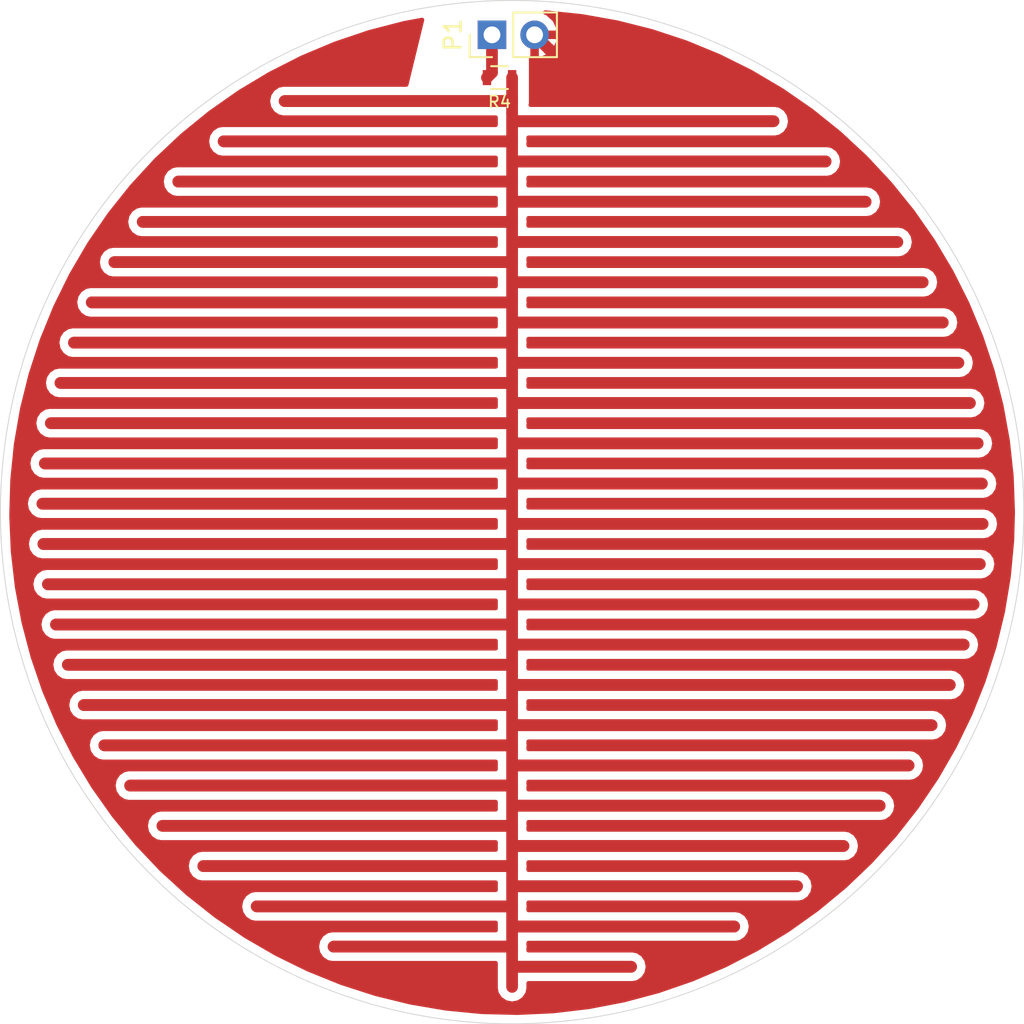
<source format=kicad_pcb>
(kicad_pcb (version 20171130) (host pcbnew "(6.0.0-rc1-dev-135-gb4df06c)")

  (general
    (thickness 1.6)
    (drawings 1)
    (tracks 96)
    (zones 0)
    (modules 2)
    (nets 4)
  )

  (page A4)
  (layers
    (0 F.Cu signal)
    (31 B.Cu signal)
    (32 B.Adhes user)
    (33 F.Adhes user)
    (34 B.Paste user)
    (35 F.Paste user)
    (36 B.SilkS user)
    (37 F.SilkS user)
    (38 B.Mask user)
    (39 F.Mask user)
    (40 Dwgs.User user)
    (41 Cmts.User user)
    (42 Eco1.User user)
    (43 Eco2.User user)
    (44 Edge.Cuts user)
    (45 Margin user)
    (46 B.CrtYd user)
    (47 F.CrtYd user)
    (48 B.Fab user)
    (49 F.Fab user)
  )

  (setup
    (last_trace_width 0.25)
    (user_trace_width 0.7)
    (trace_clearance 0.2)
    (zone_clearance 0.5)
    (zone_45_only no)
    (trace_min 0.2)
    (via_size 0.8)
    (via_drill 0.4)
    (via_min_size 0.4)
    (via_min_drill 0.3)
    (uvia_size 0.3)
    (uvia_drill 0.1)
    (uvias_allowed no)
    (uvia_min_size 0.2)
    (uvia_min_drill 0.1)
    (edge_width 0.05)
    (segment_width 0.2)
    (pcb_text_width 0.3)
    (pcb_text_size 1.5 1.5)
    (mod_edge_width 0.12)
    (mod_text_size 1 1)
    (mod_text_width 0.15)
    (pad_size 1.7 1.7)
    (pad_drill 1)
    (pad_to_mask_clearance 0.2)
    (aux_axis_origin 0 0)
    (visible_elements FFFFFF7F)
    (pcbplotparams
      (layerselection 0x01000_7fffffff)
      (usegerberextensions false)
      (usegerberattributes false)
      (usegerberadvancedattributes false)
      (creategerberjobfile false)
      (excludeedgelayer true)
      (linewidth 0.100000)
      (plotframeref false)
      (viasonmask false)
      (mode 1)
      (useauxorigin false)
      (hpglpennumber 1)
      (hpglpenspeed 20)
      (hpglpendiameter 15.000000)
      (psnegative false)
      (psa4output false)
      (plotreference true)
      (plotvalue true)
      (plotinvisibletext false)
      (padsonsilk false)
      (subtractmaskfromsilk false)
      (outputformat 1)
      (mirror false)
      (drillshape 0)
      (scaleselection 1)
      (outputdirectory "05mmGerbers"))
  )

  (net 0 "")
  (net 1 /EXCITATION)
  (net 2 /SENSOR_TRACK)
  (net 3 GND)

  (net_class Default "This is the default net class."
    (clearance 0.2)
    (trace_width 0.25)
    (via_dia 0.8)
    (via_drill 0.4)
    (uvia_dia 0.3)
    (uvia_drill 0.1)
    (add_net /EXCITATION)
    (add_net /SENSOR_TRACK)
    (add_net GND)
  )

  (module Resistors_SMD:R_0603 (layer F.Cu) (tedit 58E0A804) (tstamp 5B5B2A0B)
    (at 133.3 60.4 180)
    (descr "Resistor SMD 0603, reflow soldering, Vishay (see dcrcw.pdf)")
    (tags "resistor 0603")
    (path /54D2209D)
    (attr smd)
    (fp_text reference R4 (at 0 -1.45 180) (layer F.SilkS)
      (effects (font (size 0.7 0.7) (thickness 0.11)))
    )
    (fp_text value 330 (at 0 1.5 180) (layer F.Fab) hide
      (effects (font (size 0.7 0.7) (thickness 0.11)))
    )
    (fp_line (start 1.25 0.7) (end -1.25 0.7) (layer F.CrtYd) (width 0.05))
    (fp_line (start 1.25 0.7) (end 1.25 -0.7) (layer F.CrtYd) (width 0.05))
    (fp_line (start -1.25 -0.7) (end -1.25 0.7) (layer F.CrtYd) (width 0.05))
    (fp_line (start -1.25 -0.7) (end 1.25 -0.7) (layer F.CrtYd) (width 0.05))
    (fp_line (start -0.5 -0.68) (end 0.5 -0.68) (layer F.SilkS) (width 0.12))
    (fp_line (start 0.5 0.68) (end -0.5 0.68) (layer F.SilkS) (width 0.12))
    (fp_line (start -0.8 -0.4) (end 0.8 -0.4) (layer F.Fab) (width 0.1))
    (fp_line (start 0.8 -0.4) (end 0.8 0.4) (layer F.Fab) (width 0.1))
    (fp_line (start 0.8 0.4) (end -0.8 0.4) (layer F.Fab) (width 0.1))
    (fp_line (start -0.8 0.4) (end -0.8 -0.4) (layer F.Fab) (width 0.1))
    (fp_text user %R (at 0 0 180) (layer F.Fab) hide
      (effects (font (size 0.4 0.4) (thickness 0.075)))
    )
    (pad 2 smd rect (at 0.75 0 180) (size 0.5 0.9) (layers F.Cu F.Paste F.Mask)
      (net 1 /EXCITATION))
    (pad 1 smd rect (at -0.75 0 180) (size 0.5 0.9) (layers F.Cu F.Paste F.Mask)
      (net 2 /SENSOR_TRACK))
    (model "${KIPRJMOD}/3d/User Library-RES_SMD-1.STEP"
      (at (xyz 0 0 0))
      (scale (xyz 1 1 1))
      (rotate (xyz 0 0 0))
    )
  )

  (module Pin_Headers:Pin_Header_Straight_1x02_Pitch2.54mm (layer F.Cu) (tedit 5B62E43B) (tstamp 5B61B7D9)
    (at 132.85 57.85 90)
    (descr "Through hole straight pin header, 1x02, 2.54mm pitch, single row")
    (tags "Through hole pin header THT 1x02 2.54mm single row")
    (fp_text reference P1 (at 0 -2.33 90) (layer F.SilkS)
      (effects (font (size 1 1) (thickness 0.15)))
    )
    (fp_text value CONN_01X02 (at 0 4.87 90) (layer F.Fab) hide
      (effects (font (size 1 1) (thickness 0.15)))
    )
    (fp_line (start 1.8 -1.8) (end -1.8 -1.8) (layer F.CrtYd) (width 0.05))
    (fp_line (start 1.8 4.35) (end 1.8 -1.8) (layer F.CrtYd) (width 0.05))
    (fp_line (start -1.8 4.35) (end 1.8 4.35) (layer F.CrtYd) (width 0.05))
    (fp_line (start -1.8 -1.8) (end -1.8 4.35) (layer F.CrtYd) (width 0.05))
    (fp_line (start -1.33 -1.33) (end 0 -1.33) (layer F.SilkS) (width 0.12))
    (fp_line (start -1.33 0) (end -1.33 -1.33) (layer F.SilkS) (width 0.12))
    (fp_line (start -1.33 1.27) (end 1.33 1.27) (layer F.SilkS) (width 0.12))
    (fp_line (start 1.33 1.27) (end 1.33 3.87) (layer F.SilkS) (width 0.12))
    (fp_line (start -1.33 1.27) (end -1.33 3.87) (layer F.SilkS) (width 0.12))
    (fp_line (start -1.33 3.87) (end 1.33 3.87) (layer F.SilkS) (width 0.12))
    (fp_line (start -1.27 -0.635) (end -0.635 -1.27) (layer F.Fab) (width 0.1))
    (fp_line (start -1.27 3.81) (end -1.27 -0.635) (layer F.Fab) (width 0.1))
    (fp_line (start 1.27 3.81) (end -1.27 3.81) (layer F.Fab) (width 0.1))
    (fp_line (start 1.27 -1.27) (end 1.27 3.81) (layer F.Fab) (width 0.1))
    (fp_line (start -0.635 -1.27) (end 1.27 -1.27) (layer F.Fab) (width 0.1))
    (pad 2 thru_hole oval (at 0 2.54 90) (size 1.7 1.7) (drill 1) (layers *.Cu *.Mask)
      (net 3 GND))
    (pad 1 thru_hole rect (at 0 0 90) (size 1.7 1.7) (drill 1) (layers *.Cu *.Mask)
      (net 1 /EXCITATION))
    (model ${KISYS3DMOD}/Pin_Headers.3dshapes/Pin_Header_Straight_1x02_Pitch2.54mm.wrl
      (at (xyz 0 0 0))
      (scale (xyz 1 1 1))
      (rotate (xyz 0 0 0))
    )
  )

  (gr_circle (center 134.05 86.3) (end 134.05 55.8) (layer Edge.Cuts) (width 0.05))

  (segment (start 132.55 57.55) (end 132.85 57.25) (width 0.25) (layer F.Cu) (net 1))
  (segment (start 132.85 60.1) (end 132.55 60.4) (width 0.7) (layer F.Cu) (net 1))
  (segment (start 132.85 57.85) (end 132.85 60.1) (width 0.7) (layer F.Cu) (net 1))
  (segment (start 134.05 62.5) (end 134.05 114.6) (width 0.7) (layer F.Cu) (net 2))
  (segment (start 134.1 63) (end 149.627717 63) (width 0.7) (layer F.Cu) (net 2))
  (segment (start 134.1 65.4) (end 152.733035 65.4) (width 0.7) (layer F.Cu) (net 2))
  (segment (start 134.1 67.8) (end 155.11785 67.8) (width 0.7) (layer F.Cu) (net 2))
  (segment (start 134.1 70.2) (end 157.008295 70.2) (width 0.7) (layer F.Cu) (net 2))
  (segment (start 134.1 72.6) (end 158.519459 72.6) (width 0.7) (layer F.Cu) (net 2))
  (segment (start 134.1 75) (end 159.718548 75) (width 0.7) (layer F.Cu) (net 2))
  (segment (start 134.1 77.4) (end 160.647881 77.4) (width 0.7) (layer F.Cu) (net 2))
  (segment (start 134.1 79.8) (end 161.335088 79.8) (width 0.7) (layer F.Cu) (net 2))
  (segment (start 134.1 82.2) (end 161.798195 82.2) (width 0.7) (layer F.Cu) (net 2))
  (segment (start 134.1 84.6) (end 162.048345 84.6) (width 0.7) (layer F.Cu) (net 2))
  (segment (start 134.1 87) (end 162.091249 87) (width 0.7) (layer F.Cu) (net 2))
  (segment (start 134.1 89.4) (end 161.927864 89.4) (width 0.7) (layer F.Cu) (net 2))
  (segment (start 134.1 91.8) (end 161.554508 91.8) (width 0.7) (layer F.Cu) (net 2))
  (segment (start 134.1 94.2) (end 160.962427 94.2) (width 0.7) (layer F.Cu) (net 2))
  (segment (start 134.1 96.6) (end 160.136705 96.6) (width 0.7) (layer F.Cu) (net 2))
  (segment (start 134.1 99) (end 159.054158 99) (width 0.7) (layer F.Cu) (net 2))
  (segment (start 134.1 101.4) (end 157.67944 101.4) (width 0.7) (layer F.Cu) (net 2))
  (segment (start 134.1 103.8) (end 155.957493 103.8) (width 0.7) (layer F.Cu) (net 2))
  (segment (start 134.1 106.2) (end 153.797462 106.2) (width 0.7) (layer F.Cu) (net 2))
  (segment (start 134.1 108.6) (end 151.032513 108.6) (width 0.7) (layer F.Cu) (net 2))
  (segment (start 134.1 111) (end 147.287494 111) (width 0.7) (layer F.Cu) (net 2))
  (segment (start 134.1 113.4) (end 141.142017 113.4) (width 0.7) (layer F.Cu) (net 2))
  (segment (start 134.05 61.8) (end 120.494558 61.8) (width 0.7) (layer F.Cu) (net 2))
  (segment (start 134.05 64.2) (end 116.857269 64.2) (width 0.7) (layer F.Cu) (net 2))
  (segment (start 134.05 66.6) (end 114.152513 66.6) (width 0.7) (layer F.Cu) (net 2))
  (segment (start 134.05 69) (end 112.03387 69) (width 0.7) (layer F.Cu) (net 2))
  (segment (start 134.05 71.4) (end 110.343672 71.4) (width 0.7) (layer F.Cu) (net 2))
  (segment (start 134.05 73.8) (end 108.99506 73.8) (width 0.7) (layer F.Cu) (net 2))
  (segment (start 134.05 76.2) (end 107.935062 76.2) (width 0.7) (layer F.Cu) (net 2))
  (segment (start 134.05 78.6) (end 107.129562 78.6) (width 0.7) (layer F.Cu) (net 2))
  (segment (start 134.05 81) (end 106.556183 81) (width 0.7) (layer F.Cu) (net 2))
  (segment (start 134.05 83.4) (end 106.200583 83.4) (width 0.7) (layer F.Cu) (net 2))
  (segment (start 134.05 85.8) (end 106.054465 85.8) (width 0.7) (layer F.Cu) (net 2))
  (segment (start 134.05 88.2) (end 106.114539 88.2) (width 0.7) (layer F.Cu) (net 2))
  (segment (start 134.05 90.6) (end 106.382149 90.6) (width 0.7) (layer F.Cu) (net 2))
  (segment (start 134.05 93) (end 106.863422 93) (width 0.7) (layer F.Cu) (net 2))
  (segment (start 134.05 95.4) (end 107.570008 95.4) (width 0.7) (layer F.Cu) (net 2))
  (segment (start 134.05 97.8) (end 108.520605 97.8) (width 0.7) (layer F.Cu) (net 2))
  (segment (start 134.05 100.2) (end 109.743828 100.2) (width 0.7) (layer F.Cu) (net 2))
  (segment (start 134.05 102.6) (end 111.283577 102.6) (width 0.7) (layer F.Cu) (net 2))
  (segment (start 134.05 105) (end 113.209894 105) (width 0.7) (layer F.Cu) (net 2))
  (segment (start 134.05 107.4) (end 115.643751 107.4) (width 0.7) (layer F.Cu) (net 2))
  (segment (start 134.05 109.8) (end 118.826663 109.8) (width 0.7) (layer F.Cu) (net 2))
  (segment (start 134.05 112.2) (end 123.410921 112.2) (width 0.7) (layer F.Cu) (net 2))
  (segment (start 134.1 63) (end 149.627717 63) (width 0.7) (layer F.Cu) (net 2))
  (segment (start 134.1 65.4) (end 152.733035 65.4) (width 0.7) (layer F.Cu) (net 2))
  (segment (start 134.1 67.8) (end 155.11785 67.8) (width 0.7) (layer F.Cu) (net 2))
  (segment (start 134.1 70.2) (end 157.008295 70.2) (width 0.7) (layer F.Cu) (net 2))
  (segment (start 134.1 72.6) (end 158.519459 72.6) (width 0.7) (layer F.Cu) (net 2))
  (segment (start 134.1 75) (end 159.718548 75) (width 0.7) (layer F.Cu) (net 2))
  (segment (start 134.1 77.4) (end 160.647881 77.4) (width 0.7) (layer F.Cu) (net 2))
  (segment (start 134.1 79.8) (end 161.335088 79.8) (width 0.7) (layer F.Cu) (net 2))
  (segment (start 134.1 82.2) (end 161.798195 82.2) (width 0.7) (layer F.Cu) (net 2))
  (segment (start 134.1 84.6) (end 162.048345 84.6) (width 0.7) (layer F.Cu) (net 2))
  (segment (start 134.1 87) (end 162.091249 87) (width 0.7) (layer F.Cu) (net 2))
  (segment (start 134.1 89.4) (end 161.927864 89.4) (width 0.7) (layer F.Cu) (net 2))
  (segment (start 134.1 91.8) (end 161.554508 91.8) (width 0.7) (layer F.Cu) (net 2))
  (segment (start 134.1 94.2) (end 160.962427 94.2) (width 0.7) (layer F.Cu) (net 2))
  (segment (start 134.1 96.6) (end 160.136705 96.6) (width 0.7) (layer F.Cu) (net 2))
  (segment (start 134.1 99) (end 159.054158 99) (width 0.7) (layer F.Cu) (net 2))
  (segment (start 134.1 101.4) (end 157.67944 101.4) (width 0.7) (layer F.Cu) (net 2))
  (segment (start 134.1 103.8) (end 155.957493 103.8) (width 0.7) (layer F.Cu) (net 2))
  (segment (start 134.1 106.2) (end 153.797462 106.2) (width 0.7) (layer F.Cu) (net 2))
  (segment (start 134.1 108.6) (end 151.032513 108.6) (width 0.7) (layer F.Cu) (net 2))
  (segment (start 134.1 111) (end 147.287494 111) (width 0.7) (layer F.Cu) (net 2))
  (segment (start 134.1 113.4) (end 141.142017 113.4) (width 0.7) (layer F.Cu) (net 2))
  (segment (start 134.05 61.8) (end 120.494558 61.8) (width 0.7) (layer F.Cu) (net 2))
  (segment (start 134.05 64.2) (end 116.857269 64.2) (width 0.7) (layer F.Cu) (net 2))
  (segment (start 134.05 66.6) (end 114.152513 66.6) (width 0.7) (layer F.Cu) (net 2))
  (segment (start 134.05 69) (end 112.03387 69) (width 0.7) (layer F.Cu) (net 2))
  (segment (start 134.05 71.4) (end 110.343672 71.4) (width 0.7) (layer F.Cu) (net 2))
  (segment (start 134.05 73.8) (end 108.99506 73.8) (width 0.7) (layer F.Cu) (net 2))
  (segment (start 134.05 76.2) (end 107.935062 76.2) (width 0.7) (layer F.Cu) (net 2))
  (segment (start 134.05 78.6) (end 107.129562 78.6) (width 0.7) (layer F.Cu) (net 2))
  (segment (start 134.05 81) (end 106.556183 81) (width 0.7) (layer F.Cu) (net 2))
  (segment (start 134.05 83.4) (end 106.200583 83.4) (width 0.7) (layer F.Cu) (net 2))
  (segment (start 134.05 85.8) (end 106.054465 85.8) (width 0.7) (layer F.Cu) (net 2))
  (segment (start 134.05 88.2) (end 106.114539 88.2) (width 0.7) (layer F.Cu) (net 2))
  (segment (start 134.05 90.6) (end 106.382149 90.6) (width 0.7) (layer F.Cu) (net 2))
  (segment (start 134.05 93) (end 106.863422 93) (width 0.7) (layer F.Cu) (net 2))
  (segment (start 134.05 95.4) (end 107.570008 95.4) (width 0.7) (layer F.Cu) (net 2))
  (segment (start 134.05 97.8) (end 108.520605 97.8) (width 0.7) (layer F.Cu) (net 2))
  (segment (start 134.05 100.2) (end 109.743828 100.2) (width 0.7) (layer F.Cu) (net 2))
  (segment (start 134.05 102.6) (end 111.283577 102.6) (width 0.7) (layer F.Cu) (net 2))
  (segment (start 134.05 105) (end 113.209894 105) (width 0.7) (layer F.Cu) (net 2))
  (segment (start 134.05 107.4) (end 115.643751 107.4) (width 0.7) (layer F.Cu) (net 2))
  (segment (start 134.05 109.8) (end 118.826663 109.8) (width 0.7) (layer F.Cu) (net 2))
  (segment (start 134.05 112.2) (end 123.410921 112.2) (width 0.7) (layer F.Cu) (net 2))
  (segment (start 134.05 60.4) (end 134.05 62.5) (width 0.7) (layer F.Cu) (net 2))
  (segment (start 136.239999 58.699999) (end 136.249999 58.699999) (width 0.7) (layer F.Cu) (net 3))
  (segment (start 135.39 57.85) (end 136.239999 58.699999) (width 0.7) (layer F.Cu) (net 3))
  (segment (start 136.249999 58.699999) (end 136.7 59.15) (width 0.7) (layer F.Cu) (net 3))

  (zone (net 3) (net_name GND) (layer F.Cu) (tstamp 5B86A8D6) (hatch edge 0.508)
    (connect_pads (clearance 0.5))
    (min_thickness 0.254)
    (fill yes (arc_segments 16) (thermal_gap 0.508) (thermal_bridge_width 0.508))
    (polygon
      (pts
        (xy 136.7583 116.6839) (xy 141.994 115.7607) (xy 146.9899 113.9424) (xy 151.5941 111.2841) (xy 155.6668 107.8668)
        (xy 159.0841 103.7941) (xy 161.7424 99.1899) (xy 163.5607 94.194) (xy 164.4839 88.9583) (xy 164.4839 83.6417)
        (xy 163.5607 78.406) (xy 161.7424 73.4101) (xy 159.0841 68.8059) (xy 155.6668 64.7332) (xy 151.5941 61.3159)
        (xy 146.9899 58.6576) (xy 141.994 56.8393) (xy 136.7583 55.9161) (xy 131.4417 55.9161) (xy 126.206 56.8393)
        (xy 121.2101 58.6576) (xy 116.6059 61.3159) (xy 112.5332 64.7332) (xy 109.1159 68.8059) (xy 106.4576 73.4101)
        (xy 104.6393 78.406) (xy 103.7161 83.6417) (xy 103.7161 88.9583) (xy 104.6393 94.194) (xy 106.4576 99.1899)
        (xy 109.1159 103.7941) (xy 112.5332 107.8668) (xy 116.6059 111.2841) (xy 121.2101 113.9424) (xy 126.206 115.7607)
        (xy 131.4417 116.6839)
      )
    )
    (filled_polygon
      (pts
        (xy 136.08012 56.52112) (xy 138.204039 56.742479) (xy 140.306695 57.115126) (xy 142.377327 57.637154) (xy 144.405335 58.305891)
        (xy 146.380341 59.117914) (xy 148.292235 60.069067) (xy 150.13123 61.154481) (xy 151.887915 62.368601) (xy 153.553298 63.705212)
        (xy 155.118855 65.157473) (xy 156.576572 66.71795) (xy 157.918988 68.378657) (xy 159.139232 70.131093) (xy 160.231059 71.966289)
        (xy 161.188879 73.874851) (xy 162.007792 75.84701) (xy 162.683604 77.872672) (xy 163.212856 79.941469) (xy 163.592841 82.042812)
        (xy 163.821612 84.165944) (xy 163.898 86.3) (xy 163.848507 88.018171) (xy 163.649401 90.144291) (xy 163.298793 92.250734)
        (xy 162.798476 94.326719) (xy 162.151013 96.361619) (xy 161.359716 98.34502) (xy 160.428637 100.266769) (xy 159.36254 102.11703)
        (xy 158.166882 103.886333) (xy 156.847784 105.565621) (xy 155.411997 107.146299) (xy 153.86687 108.620277) (xy 152.220311 109.980011)
        (xy 150.480749 111.218539) (xy 148.657087 112.329524) (xy 146.75866 113.307278) (xy 144.795185 114.146797) (xy 142.776711 114.843784)
        (xy 140.713569 115.394672) (xy 138.616321 115.796641) (xy 136.495701 116.047633) (xy 134.362562 116.146363) (xy 132.227823 116.092327)
        (xy 130.102411 115.885801) (xy 127.997205 115.527842) (xy 125.922979 115.020283) (xy 123.890351 114.36572) (xy 121.909725 113.567505)
        (xy 119.991237 112.629723) (xy 118.144709 111.557174) (xy 116.379591 110.355347) (xy 114.704917 109.030395) (xy 113.12926 107.589099)
        (xy 111.660685 106.038837) (xy 110.306708 104.387542) (xy 109.074259 102.643667) (xy 107.969647 100.816138) (xy 106.998525 98.91431)
        (xy 106.165865 96.947916) (xy 105.475928 94.927021) (xy 104.932245 92.86197) (xy 104.5376 90.763331) (xy 104.294011 88.641847)
        (xy 104.202727 86.508377) (xy 104.264215 84.37384) (xy 104.478158 82.249162) (xy 104.843464 80.145217) (xy 105.358261 78.072776)
        (xy 106.019915 76.042445) (xy 106.825039 74.064617) (xy 107.769512 72.149415) (xy 108.8485 70.306642) (xy 110.05648 68.545729)
        (xy 111.38727 66.875691) (xy 112.834057 65.305075) (xy 114.389437 63.84192) (xy 116.045448 62.493715) (xy 117.793614 61.267361)
        (xy 119.624987 60.169135) (xy 121.530194 59.204658) (xy 123.499483 58.378867) (xy 125.522774 57.695988) (xy 127.58971 57.159517)
        (xy 128.687051 56.957127) (xy 127.744155 60.823) (xy 120.398335 60.823) (xy 120.113352 60.879687) (xy 119.790181 61.095623)
        (xy 119.574245 61.418794) (xy 119.498418 61.8) (xy 119.574245 62.181206) (xy 119.790181 62.504377) (xy 120.113352 62.720313)
        (xy 120.398335 62.777) (xy 133.073 62.777) (xy 133.073 63.223) (xy 116.761046 63.223) (xy 116.476063 63.279687)
        (xy 116.152892 63.495623) (xy 115.936956 63.818794) (xy 115.861129 64.2) (xy 115.936956 64.581206) (xy 116.152892 64.904377)
        (xy 116.476063 65.120313) (xy 116.761046 65.177) (xy 133.073 65.177) (xy 133.073 65.623) (xy 114.05629 65.623)
        (xy 113.771307 65.679687) (xy 113.448136 65.895623) (xy 113.2322 66.218794) (xy 113.156373 66.6) (xy 113.2322 66.981206)
        (xy 113.448136 67.304377) (xy 113.771307 67.520313) (xy 114.05629 67.577) (xy 133.073 67.577) (xy 133.073 68.023)
        (xy 111.937647 68.023) (xy 111.652664 68.079687) (xy 111.329493 68.295623) (xy 111.113557 68.618794) (xy 111.03773 69)
        (xy 111.113557 69.381206) (xy 111.329493 69.704377) (xy 111.652664 69.920313) (xy 111.937647 69.977) (xy 133.073 69.977)
        (xy 133.073 70.423) (xy 110.247449 70.423) (xy 109.962466 70.479687) (xy 109.639295 70.695623) (xy 109.423359 71.018794)
        (xy 109.347532 71.4) (xy 109.423359 71.781206) (xy 109.639295 72.104377) (xy 109.962466 72.320313) (xy 110.247449 72.377)
        (xy 133.073 72.377) (xy 133.073 72.823) (xy 108.898837 72.823) (xy 108.613854 72.879687) (xy 108.290683 73.095623)
        (xy 108.074747 73.418794) (xy 107.99892 73.8) (xy 108.074747 74.181206) (xy 108.290683 74.504377) (xy 108.613854 74.720313)
        (xy 108.898837 74.777) (xy 133.073 74.777) (xy 133.073 75.223) (xy 107.838839 75.223) (xy 107.553856 75.279687)
        (xy 107.230685 75.495623) (xy 107.014749 75.818794) (xy 106.938922 76.2) (xy 107.014749 76.581206) (xy 107.230685 76.904377)
        (xy 107.553856 77.120313) (xy 107.838839 77.177) (xy 133.073 77.177) (xy 133.073 77.623) (xy 107.033339 77.623)
        (xy 106.748356 77.679687) (xy 106.425185 77.895623) (xy 106.209249 78.218794) (xy 106.133422 78.6) (xy 106.209249 78.981206)
        (xy 106.425185 79.304377) (xy 106.748356 79.520313) (xy 107.033339 79.577) (xy 133.073 79.577) (xy 133.073 80.023)
        (xy 106.45996 80.023) (xy 106.174977 80.079687) (xy 105.851806 80.295623) (xy 105.63587 80.618794) (xy 105.560043 81)
        (xy 105.63587 81.381206) (xy 105.851806 81.704377) (xy 106.174977 81.920313) (xy 106.45996 81.977) (xy 133.073 81.977)
        (xy 133.073 82.423) (xy 106.10436 82.423) (xy 105.819377 82.479687) (xy 105.496206 82.695623) (xy 105.28027 83.018794)
        (xy 105.204443 83.4) (xy 105.28027 83.781206) (xy 105.496206 84.104377) (xy 105.819377 84.320313) (xy 106.10436 84.377)
        (xy 133.073 84.377) (xy 133.073 84.823) (xy 105.958242 84.823) (xy 105.673259 84.879687) (xy 105.350088 85.095623)
        (xy 105.134152 85.418794) (xy 105.058325 85.8) (xy 105.134152 86.181206) (xy 105.350088 86.504377) (xy 105.673259 86.720313)
        (xy 105.958242 86.777) (xy 133.073 86.777) (xy 133.073 87.223) (xy 106.018316 87.223) (xy 105.733333 87.279687)
        (xy 105.410162 87.495623) (xy 105.194226 87.818794) (xy 105.118399 88.2) (xy 105.194226 88.581206) (xy 105.410162 88.904377)
        (xy 105.733333 89.120313) (xy 106.018316 89.177) (xy 133.073001 89.177) (xy 133.073001 89.623) (xy 106.285926 89.623)
        (xy 106.000943 89.679687) (xy 105.677772 89.895623) (xy 105.461836 90.218794) (xy 105.386009 90.6) (xy 105.461836 90.981206)
        (xy 105.677772 91.304377) (xy 106.000943 91.520313) (xy 106.285926 91.577) (xy 133.073001 91.577) (xy 133.073001 92.023)
        (xy 106.767199 92.023) (xy 106.482216 92.079687) (xy 106.159045 92.295623) (xy 105.943109 92.618794) (xy 105.867282 93)
        (xy 105.943109 93.381206) (xy 106.159045 93.704377) (xy 106.482216 93.920313) (xy 106.767199 93.977) (xy 133.073001 93.977)
        (xy 133.073001 94.423) (xy 107.473785 94.423) (xy 107.188802 94.479687) (xy 106.865631 94.695623) (xy 106.649695 95.018794)
        (xy 106.573868 95.4) (xy 106.649695 95.781206) (xy 106.865631 96.104377) (xy 107.188802 96.320313) (xy 107.473785 96.377)
        (xy 133.073001 96.377) (xy 133.073001 96.823) (xy 108.424382 96.823) (xy 108.139399 96.879687) (xy 107.816228 97.095623)
        (xy 107.600292 97.418794) (xy 107.524465 97.8) (xy 107.600292 98.181206) (xy 107.816228 98.504377) (xy 108.139399 98.720313)
        (xy 108.424382 98.777) (xy 133.073001 98.777) (xy 133.073001 99.223) (xy 109.647605 99.223) (xy 109.362622 99.279687)
        (xy 109.039451 99.495623) (xy 108.823515 99.818794) (xy 108.747688 100.2) (xy 108.823515 100.581206) (xy 109.039451 100.904377)
        (xy 109.362622 101.120313) (xy 109.647605 101.177) (xy 133.073001 101.177) (xy 133.073001 101.623) (xy 111.187354 101.623)
        (xy 110.902371 101.679687) (xy 110.5792 101.895623) (xy 110.363264 102.218794) (xy 110.287437 102.6) (xy 110.363264 102.981206)
        (xy 110.5792 103.304377) (xy 110.902371 103.520313) (xy 111.187354 103.577) (xy 133.073001 103.577) (xy 133.073001 104.023)
        (xy 113.113671 104.023) (xy 112.828688 104.079687) (xy 112.505517 104.295623) (xy 112.289581 104.618794) (xy 112.213754 105)
        (xy 112.289581 105.381206) (xy 112.505517 105.704377) (xy 112.828688 105.920313) (xy 113.113671 105.977) (xy 133.073001 105.977)
        (xy 133.073001 106.423) (xy 115.547528 106.423) (xy 115.262545 106.479687) (xy 114.939374 106.695623) (xy 114.723438 107.018794)
        (xy 114.647611 107.4) (xy 114.723438 107.781206) (xy 114.939374 108.104377) (xy 115.262545 108.320313) (xy 115.547528 108.377)
        (xy 133.073001 108.377) (xy 133.073001 108.823) (xy 118.73044 108.823) (xy 118.445457 108.879687) (xy 118.122286 109.095623)
        (xy 117.90635 109.418794) (xy 117.830523 109.8) (xy 117.90635 110.181206) (xy 118.122286 110.504377) (xy 118.445457 110.720313)
        (xy 118.73044 110.777) (xy 133.073001 110.777) (xy 133.073001 111.223) (xy 123.314698 111.223) (xy 123.029715 111.279687)
        (xy 122.706544 111.495623) (xy 122.490608 111.818794) (xy 122.414781 112.2) (xy 122.490608 112.581206) (xy 122.706544 112.904377)
        (xy 123.029715 113.120313) (xy 123.314698 113.177) (xy 133.073001 113.177) (xy 133.073001 114.696223) (xy 133.129688 114.981206)
        (xy 133.345624 115.304377) (xy 133.668795 115.520313) (xy 134.05 115.59614) (xy 134.431206 115.520313) (xy 134.754377 115.304377)
        (xy 134.970313 114.981206) (xy 135.027 114.696223) (xy 135.027 114.377) (xy 141.23824 114.377) (xy 141.523223 114.320313)
        (xy 141.846394 114.104377) (xy 142.06233 113.781206) (xy 142.138157 113.4) (xy 142.06233 113.018794) (xy 141.846394 112.695623)
        (xy 141.523223 112.479687) (xy 141.23824 112.423) (xy 135.027 112.423) (xy 135.027 112.296223) (xy 135.04614 112.2)
        (xy 135.027 112.103777) (xy 135.027 111.977) (xy 147.383717 111.977) (xy 147.6687 111.920313) (xy 147.991871 111.704377)
        (xy 148.207807 111.381206) (xy 148.283634 111) (xy 148.207807 110.618794) (xy 147.991871 110.295623) (xy 147.6687 110.079687)
        (xy 147.383717 110.023) (xy 135.027 110.023) (xy 135.027 109.896223) (xy 135.04614 109.8) (xy 135.027 109.703777)
        (xy 135.027 109.577) (xy 151.128736 109.577) (xy 151.413719 109.520313) (xy 151.73689 109.304377) (xy 151.952826 108.981206)
        (xy 152.028653 108.6) (xy 151.952826 108.218794) (xy 151.73689 107.895623) (xy 151.413719 107.679687) (xy 151.128736 107.623)
        (xy 135.027 107.623) (xy 135.027 107.496223) (xy 135.04614 107.4) (xy 135.027 107.303777) (xy 135.027 107.177)
        (xy 153.893685 107.177) (xy 154.178668 107.120313) (xy 154.501839 106.904377) (xy 154.717775 106.581206) (xy 154.793602 106.2)
        (xy 154.717775 105.818794) (xy 154.501839 105.495623) (xy 154.178668 105.279687) (xy 153.893685 105.223) (xy 135.027 105.223)
        (xy 135.027 105.096223) (xy 135.04614 105) (xy 135.027 104.903777) (xy 135.027 104.777) (xy 156.053716 104.777)
        (xy 156.338699 104.720313) (xy 156.66187 104.504377) (xy 156.877806 104.181206) (xy 156.953633 103.8) (xy 156.877806 103.418794)
        (xy 156.66187 103.095623) (xy 156.338699 102.879687) (xy 156.053716 102.823) (xy 135.027 102.823) (xy 135.027 102.696223)
        (xy 135.04614 102.6) (xy 135.027 102.503777) (xy 135.027 102.377) (xy 157.775663 102.377) (xy 158.060646 102.320313)
        (xy 158.383817 102.104377) (xy 158.599753 101.781206) (xy 158.67558 101.4) (xy 158.599753 101.018794) (xy 158.383817 100.695623)
        (xy 158.060646 100.479687) (xy 157.775663 100.423) (xy 135.027 100.423) (xy 135.027 100.296223) (xy 135.04614 100.2)
        (xy 135.027 100.103777) (xy 135.027 99.977) (xy 159.150381 99.977) (xy 159.435364 99.920313) (xy 159.758535 99.704377)
        (xy 159.974471 99.381206) (xy 160.050298 99) (xy 159.974471 98.618794) (xy 159.758535 98.295623) (xy 159.435364 98.079687)
        (xy 159.150381 98.023) (xy 135.027 98.023) (xy 135.027 97.896223) (xy 135.04614 97.8) (xy 135.027 97.703777)
        (xy 135.027 97.577) (xy 160.232928 97.577) (xy 160.517911 97.520313) (xy 160.841082 97.304377) (xy 161.057018 96.981206)
        (xy 161.132845 96.6) (xy 161.057018 96.218794) (xy 160.841082 95.895623) (xy 160.517911 95.679687) (xy 160.232928 95.623)
        (xy 135.027 95.623) (xy 135.027 95.496223) (xy 135.04614 95.4) (xy 135.027 95.303777) (xy 135.027 95.177)
        (xy 161.05865 95.177) (xy 161.343633 95.120313) (xy 161.666804 94.904377) (xy 161.88274 94.581206) (xy 161.958567 94.2)
        (xy 161.88274 93.818794) (xy 161.666804 93.495623) (xy 161.343633 93.279687) (xy 161.05865 93.223) (xy 135.027 93.223)
        (xy 135.027 93.096223) (xy 135.04614 93) (xy 135.027 92.903777) (xy 135.027 92.777) (xy 161.650731 92.777)
        (xy 161.935714 92.720313) (xy 162.258885 92.504377) (xy 162.474821 92.181206) (xy 162.550648 91.8) (xy 162.474821 91.418794)
        (xy 162.258885 91.095623) (xy 161.935714 90.879687) (xy 161.650731 90.823) (xy 135.027 90.823) (xy 135.027 90.696223)
        (xy 135.04614 90.6) (xy 135.027 90.503777) (xy 135.027 90.377) (xy 162.024087 90.377) (xy 162.30907 90.320313)
        (xy 162.632241 90.104377) (xy 162.848177 89.781206) (xy 162.924004 89.4) (xy 162.848177 89.018794) (xy 162.632241 88.695623)
        (xy 162.30907 88.479687) (xy 162.024087 88.423) (xy 135.027 88.423) (xy 135.027 88.296223) (xy 135.04614 88.2)
        (xy 135.027 88.103777) (xy 135.027 87.977) (xy 162.187472 87.977) (xy 162.472455 87.920313) (xy 162.795626 87.704377)
        (xy 163.011562 87.381206) (xy 163.087389 87) (xy 163.011562 86.618794) (xy 162.795626 86.295623) (xy 162.472455 86.079687)
        (xy 162.187472 86.023) (xy 135.027 86.023) (xy 135.027 85.896223) (xy 135.04614 85.8) (xy 135.027 85.703777)
        (xy 135.027 85.577) (xy 162.144568 85.577) (xy 162.429551 85.520313) (xy 162.752722 85.304377) (xy 162.968658 84.981206)
        (xy 163.044485 84.6) (xy 162.968658 84.218794) (xy 162.752722 83.895623) (xy 162.429551 83.679687) (xy 162.144568 83.623)
        (xy 135.027 83.623) (xy 135.027 83.496223) (xy 135.04614 83.4) (xy 135.027 83.303777) (xy 135.027 83.177)
        (xy 161.894418 83.177) (xy 162.179401 83.120313) (xy 162.502572 82.904377) (xy 162.718508 82.581206) (xy 162.794335 82.2)
        (xy 162.718508 81.818794) (xy 162.502572 81.495623) (xy 162.179401 81.279687) (xy 161.894418 81.223) (xy 135.027 81.223)
        (xy 135.027 81.096223) (xy 135.04614 81) (xy 135.027 80.903777) (xy 135.027 80.777) (xy 161.431311 80.777)
        (xy 161.716294 80.720313) (xy 162.039465 80.504377) (xy 162.255401 80.181206) (xy 162.331228 79.8) (xy 162.255401 79.418794)
        (xy 162.039465 79.095623) (xy 161.716294 78.879687) (xy 161.431311 78.823) (xy 135.027 78.823) (xy 135.027 78.696223)
        (xy 135.04614 78.6) (xy 135.027 78.503777) (xy 135.027 78.377) (xy 160.744104 78.377) (xy 161.029087 78.320313)
        (xy 161.352258 78.104377) (xy 161.568194 77.781206) (xy 161.644021 77.4) (xy 161.568194 77.018794) (xy 161.352258 76.695623)
        (xy 161.029087 76.479687) (xy 160.744104 76.423) (xy 135.027 76.423) (xy 135.027 76.296223) (xy 135.04614 76.2)
        (xy 135.027 76.103777) (xy 135.027 75.977) (xy 159.814771 75.977) (xy 160.099754 75.920313) (xy 160.422925 75.704377)
        (xy 160.638861 75.381206) (xy 160.714688 75) (xy 160.638861 74.618794) (xy 160.422925 74.295623) (xy 160.099754 74.079687)
        (xy 159.814771 74.023) (xy 135.027 74.023) (xy 135.027 73.896223) (xy 135.04614 73.8) (xy 135.027 73.703777)
        (xy 135.027 73.577) (xy 158.615682 73.577) (xy 158.900665 73.520313) (xy 159.223836 73.304377) (xy 159.439772 72.981206)
        (xy 159.515599 72.6) (xy 159.439772 72.218794) (xy 159.223836 71.895623) (xy 158.900665 71.679687) (xy 158.615682 71.623)
        (xy 135.027 71.623) (xy 135.027 71.496223) (xy 135.04614 71.4) (xy 135.027 71.303777) (xy 135.027 71.177)
        (xy 157.104518 71.177) (xy 157.389501 71.120313) (xy 157.712672 70.904377) (xy 157.928608 70.581206) (xy 158.004435 70.2)
        (xy 157.928608 69.818794) (xy 157.712672 69.495623) (xy 157.389501 69.279687) (xy 157.104518 69.223) (xy 135.027 69.223)
        (xy 135.027 69.096223) (xy 135.04614 69) (xy 135.027 68.903777) (xy 135.027 68.777) (xy 155.214073 68.777)
        (xy 155.499056 68.720313) (xy 155.822227 68.504377) (xy 156.038163 68.181206) (xy 156.11399 67.8) (xy 156.038163 67.418794)
        (xy 155.822227 67.095623) (xy 155.499056 66.879687) (xy 155.214073 66.823) (xy 135.027 66.823) (xy 135.027 66.696223)
        (xy 135.04614 66.6) (xy 135.027 66.503777) (xy 135.027 66.377) (xy 152.829258 66.377) (xy 153.114241 66.320313)
        (xy 153.437412 66.104377) (xy 153.653348 65.781206) (xy 153.729175 65.4) (xy 153.653348 65.018794) (xy 153.437412 64.695623)
        (xy 153.114241 64.479687) (xy 152.829258 64.423) (xy 135.027 64.423) (xy 135.027 64.296223) (xy 135.04614 64.2)
        (xy 135.027 64.103777) (xy 135.027 63.977) (xy 149.72394 63.977) (xy 150.008923 63.920313) (xy 150.332094 63.704377)
        (xy 150.54803 63.381206) (xy 150.623857 63) (xy 150.54803 62.618794) (xy 150.332094 62.295623) (xy 150.008923 62.079687)
        (xy 149.72394 62.023) (xy 135.15103 62.023) (xy 135.167333 61.998601) (xy 135.177 61.95) (xy 135.177 59.21554)
        (xy 135.263 59.170155) (xy 135.263 57.977) (xy 135.517 57.977) (xy 135.517 59.170155) (xy 135.74689 59.291476)
        (xy 136.156924 59.121645) (xy 136.585183 58.731358) (xy 136.831486 58.206892) (xy 136.710819 57.977) (xy 135.517 57.977)
        (xy 135.263 57.977) (xy 135.243 57.977) (xy 135.243 57.723) (xy 135.263 57.723) (xy 135.263 57.703)
        (xy 135.517 57.703) (xy 135.517 57.723) (xy 136.710819 57.723) (xy 136.831486 57.493108) (xy 136.585183 56.968642)
        (xy 136.156924 56.578355) (xy 136.013546 56.51897)
      )
    )
  )
  (zone (net 0) (net_name "") (layer F.Cu) (tstamp 0) (hatch edge 0.508)
    (connect_pads (clearance 0.508))
    (min_thickness 0.254)
    (keepout (tracks allowed) (vias allowed) (copperpour not_allowed))
    (fill (arc_segments 16) (thermal_gap 0.508) (thermal_bridge_width 0.508))
    (polygon
      (pts
        (xy 135.05 55.8) (xy 135.05 61.95) (xy 127.6 61.95) (xy 129.1 55.8)
      )
    )
  )
)

</source>
